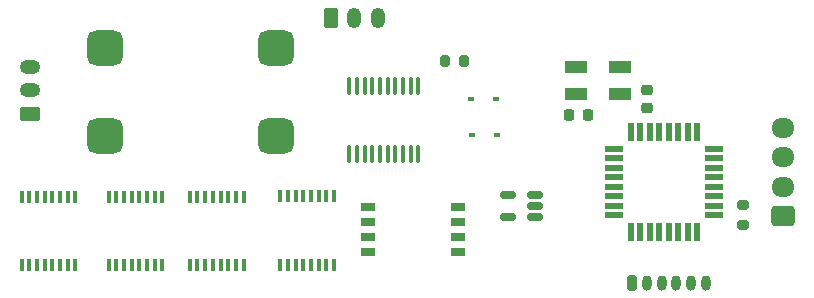
<source format=gbr>
%TF.GenerationSoftware,KiCad,Pcbnew,(6.0.7)*%
%TF.CreationDate,2023-02-24T11:48:17+01:00*%
%TF.ProjectId,freqcount,66726571-636f-4756-9e74-2e6b69636164,rev?*%
%TF.SameCoordinates,PX640f3c0PY67de938*%
%TF.FileFunction,Soldermask,Top*%
%TF.FilePolarity,Negative*%
%FSLAX46Y46*%
G04 Gerber Fmt 4.6, Leading zero omitted, Abs format (unit mm)*
G04 Created by KiCad (PCBNEW (6.0.7)) date 2023-02-24 11:48:17*
%MOMM*%
%LPD*%
G01*
G04 APERTURE LIST*
G04 Aperture macros list*
%AMRoundRect*
0 Rectangle with rounded corners*
0 $1 Rounding radius*
0 $2 $3 $4 $5 $6 $7 $8 $9 X,Y pos of 4 corners*
0 Add a 4 corners polygon primitive as box body*
4,1,4,$2,$3,$4,$5,$6,$7,$8,$9,$2,$3,0*
0 Add four circle primitives for the rounded corners*
1,1,$1+$1,$2,$3*
1,1,$1+$1,$4,$5*
1,1,$1+$1,$6,$7*
1,1,$1+$1,$8,$9*
0 Add four rect primitives between the rounded corners*
20,1,$1+$1,$2,$3,$4,$5,0*
20,1,$1+$1,$4,$5,$6,$7,0*
20,1,$1+$1,$6,$7,$8,$9,0*
20,1,$1+$1,$8,$9,$2,$3,0*%
G04 Aperture macros list end*
%ADD10RoundRect,0.200000X-0.200000X-0.450000X0.200000X-0.450000X0.200000X0.450000X-0.200000X0.450000X0*%
%ADD11O,0.800000X1.300000*%
%ADD12RoundRect,0.250000X0.625000X-0.350000X0.625000X0.350000X-0.625000X0.350000X-0.625000X-0.350000X0*%
%ADD13O,1.750000X1.200000*%
%ADD14RoundRect,0.100000X0.100000X-0.637500X0.100000X0.637500X-0.100000X0.637500X-0.100000X-0.637500X0*%
%ADD15RoundRect,0.200000X-0.275000X0.200000X-0.275000X-0.200000X0.275000X-0.200000X0.275000X0.200000X0*%
%ADD16R,0.600000X0.450000*%
%ADD17RoundRect,0.225000X0.250000X-0.225000X0.250000X0.225000X-0.250000X0.225000X-0.250000X-0.225000X0*%
%ADD18RoundRect,0.200000X0.200000X0.275000X-0.200000X0.275000X-0.200000X-0.275000X0.200000X-0.275000X0*%
%ADD19RoundRect,0.750000X-0.750000X-0.750000X0.750000X-0.750000X0.750000X0.750000X-0.750000X0.750000X0*%
%ADD20RoundRect,0.225000X-0.225000X-0.250000X0.225000X-0.250000X0.225000X0.250000X-0.225000X0.250000X0*%
%ADD21R,1.900000X1.100000*%
%ADD22R,0.400000X1.000000*%
%ADD23RoundRect,0.150000X0.512500X0.150000X-0.512500X0.150000X-0.512500X-0.150000X0.512500X-0.150000X0*%
%ADD24RoundRect,0.250000X-0.350000X-0.625000X0.350000X-0.625000X0.350000X0.625000X-0.350000X0.625000X0*%
%ADD25O,1.200000X1.750000*%
%ADD26R,0.550000X1.600000*%
%ADD27R,1.600000X0.550000*%
%ADD28RoundRect,0.250000X0.725000X-0.600000X0.725000X0.600000X-0.725000X0.600000X-0.725000X-0.600000X0*%
%ADD29O,1.950000X1.700000*%
%ADD30R,1.270000X0.760000*%
G04 APERTURE END LIST*
D10*
%TO.C,J4*%
X56060000Y2145000D03*
D11*
X57310000Y2145000D03*
X58560000Y2145000D03*
X59810000Y2145000D03*
X61060000Y2145000D03*
X62310000Y2145000D03*
%TD*%
D12*
%TO.C,J1*%
X5070000Y16480000D03*
D13*
X5070000Y18480000D03*
X5070000Y20480000D03*
%TD*%
D14*
%TO.C,U6*%
X32125000Y13127500D03*
X32775000Y13127500D03*
X33425000Y13127500D03*
X34075000Y13127500D03*
X34725000Y13127500D03*
X35375000Y13127500D03*
X36025000Y13127500D03*
X36675000Y13127500D03*
X37325000Y13127500D03*
X37975000Y13127500D03*
X37975000Y18852500D03*
X37325000Y18852500D03*
X36675000Y18852500D03*
X36025000Y18852500D03*
X35375000Y18852500D03*
X34725000Y18852500D03*
X34075000Y18852500D03*
X33425000Y18852500D03*
X32775000Y18852500D03*
X32125000Y18852500D03*
%TD*%
D15*
%TO.C,R2*%
X65460000Y8740000D03*
X65460000Y7090000D03*
%TD*%
D16*
%TO.C,D1*%
X42490000Y14690000D03*
X44590000Y14690000D03*
%TD*%
%TO.C,D2*%
X42440000Y17760000D03*
X44540000Y17760000D03*
%TD*%
D17*
%TO.C,C2*%
X57310000Y16995000D03*
X57310000Y18545000D03*
%TD*%
D18*
%TO.C,R1*%
X41830000Y20930000D03*
X40180000Y20930000D03*
%TD*%
D19*
%TO.C,QA1*%
X11470000Y22050000D03*
X11470000Y14620000D03*
X25910000Y22050000D03*
X25910000Y14620000D03*
%TD*%
D20*
%TO.C,C1*%
X50760000Y16385000D03*
X52310000Y16385000D03*
%TD*%
D21*
%TO.C,Y1*%
X51340000Y18170000D03*
X55040000Y18170000D03*
X55040000Y20470000D03*
X51340000Y20470000D03*
%TD*%
D22*
%TO.C,U2*%
X11735000Y3650000D03*
X12385000Y3650000D03*
X13035000Y3650000D03*
X13685000Y3650000D03*
X14335000Y3650000D03*
X14985000Y3650000D03*
X15635000Y3650000D03*
X16285000Y3650000D03*
X16285000Y9450000D03*
X15635000Y9450000D03*
X14985000Y9450000D03*
X14335000Y9450000D03*
X13685000Y9450000D03*
X13035000Y9450000D03*
X12385000Y9450000D03*
X11735000Y9450000D03*
%TD*%
D23*
%TO.C,U7*%
X47827500Y7720000D03*
X47827500Y8670000D03*
X47827500Y9620000D03*
X45552500Y9620000D03*
X45552500Y7720000D03*
%TD*%
D22*
%TO.C,U1*%
X4385000Y3670000D03*
X5035000Y3670000D03*
X5685000Y3670000D03*
X6335000Y3670000D03*
X6985000Y3670000D03*
X7635000Y3670000D03*
X8285000Y3670000D03*
X8935000Y3670000D03*
X8935000Y9470000D03*
X8285000Y9470000D03*
X7635000Y9470000D03*
X6985000Y9470000D03*
X6335000Y9470000D03*
X5685000Y9470000D03*
X5035000Y9470000D03*
X4385000Y9470000D03*
%TD*%
D24*
%TO.C,J2*%
X30540000Y24630000D03*
D25*
X32540000Y24630000D03*
X34540000Y24630000D03*
%TD*%
D26*
%TO.C,U5*%
X61570000Y14970000D03*
X60770000Y14970000D03*
X59970000Y14970000D03*
X59170000Y14970000D03*
X58370000Y14970000D03*
X57570000Y14970000D03*
X56770000Y14970000D03*
X55970000Y14970000D03*
D27*
X54520000Y13520000D03*
X54520000Y12720000D03*
X54520000Y11920000D03*
X54520000Y11120000D03*
X54520000Y10320000D03*
X54520000Y9520000D03*
X54520000Y8720000D03*
X54520000Y7920000D03*
D26*
X55970000Y6470000D03*
X56770000Y6470000D03*
X57570000Y6470000D03*
X58370000Y6470000D03*
X59170000Y6470000D03*
X59970000Y6470000D03*
X60770000Y6470000D03*
X61570000Y6470000D03*
D27*
X63020000Y7920000D03*
X63020000Y8720000D03*
X63020000Y9520000D03*
X63020000Y10320000D03*
X63020000Y11120000D03*
X63020000Y11920000D03*
X63020000Y12720000D03*
X63020000Y13520000D03*
%TD*%
D22*
%TO.C,U3*%
X18615000Y3660000D03*
X19265000Y3660000D03*
X19915000Y3660000D03*
X20565000Y3660000D03*
X21215000Y3660000D03*
X21865000Y3660000D03*
X22515000Y3660000D03*
X23165000Y3660000D03*
X23165000Y9460000D03*
X22515000Y9460000D03*
X21865000Y9460000D03*
X21215000Y9460000D03*
X20565000Y9460000D03*
X19915000Y9460000D03*
X19265000Y9460000D03*
X18615000Y9460000D03*
%TD*%
D28*
%TO.C,J3*%
X68840000Y7820000D03*
D29*
X68840000Y10320000D03*
X68840000Y12820000D03*
X68840000Y15320000D03*
%TD*%
D22*
%TO.C,U4*%
X26275000Y3700000D03*
X26925000Y3700000D03*
X27575000Y3700000D03*
X28225000Y3700000D03*
X28875000Y3700000D03*
X29525000Y3700000D03*
X30175000Y3700000D03*
X30825000Y3700000D03*
X30825000Y9500000D03*
X30175000Y9500000D03*
X29525000Y9500000D03*
X28875000Y9500000D03*
X28225000Y9500000D03*
X27575000Y9500000D03*
X26925000Y9500000D03*
X26275000Y9500000D03*
%TD*%
D30*
%TO.C,SW1*%
X33690000Y8605000D03*
X33690000Y7335000D03*
X33690000Y6065000D03*
X33690000Y4795000D03*
X41310000Y4795000D03*
X41310000Y6065000D03*
X41310000Y7335000D03*
X41310000Y8605000D03*
%TD*%
M02*

</source>
